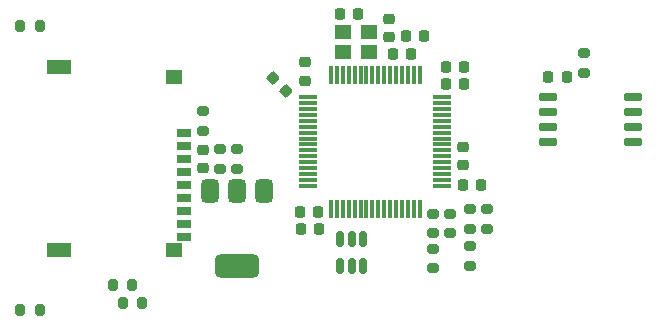
<source format=gbp>
G04 #@! TF.GenerationSoftware,KiCad,Pcbnew,8.0.1*
G04 #@! TF.CreationDate,2024-03-31T17:14:50+03:00*
G04 #@! TF.ProjectId,Master board,4d617374-6572-4206-926f-6172642e6b69,rev?*
G04 #@! TF.SameCoordinates,Original*
G04 #@! TF.FileFunction,Paste,Bot*
G04 #@! TF.FilePolarity,Positive*
%FSLAX46Y46*%
G04 Gerber Fmt 4.6, Leading zero omitted, Abs format (unit mm)*
G04 Created by KiCad (PCBNEW 8.0.1) date 2024-03-31 17:14:50*
%MOMM*%
%LPD*%
G01*
G04 APERTURE LIST*
G04 Aperture macros list*
%AMRoundRect*
0 Rectangle with rounded corners*
0 $1 Rounding radius*
0 $2 $3 $4 $5 $6 $7 $8 $9 X,Y pos of 4 corners*
0 Add a 4 corners polygon primitive as box body*
4,1,4,$2,$3,$4,$5,$6,$7,$8,$9,$2,$3,0*
0 Add four circle primitives for the rounded corners*
1,1,$1+$1,$2,$3*
1,1,$1+$1,$4,$5*
1,1,$1+$1,$6,$7*
1,1,$1+$1,$8,$9*
0 Add four rect primitives between the rounded corners*
20,1,$1+$1,$2,$3,$4,$5,0*
20,1,$1+$1,$4,$5,$6,$7,0*
20,1,$1+$1,$6,$7,$8,$9,0*
20,1,$1+$1,$8,$9,$2,$3,0*%
G04 Aperture macros list end*
%ADD10RoundRect,0.225000X-0.250000X0.225000X-0.250000X-0.225000X0.250000X-0.225000X0.250000X0.225000X0*%
%ADD11RoundRect,0.200000X-0.275000X0.200000X-0.275000X-0.200000X0.275000X-0.200000X0.275000X0.200000X0*%
%ADD12RoundRect,0.225000X-0.225000X-0.250000X0.225000X-0.250000X0.225000X0.250000X-0.225000X0.250000X0*%
%ADD13RoundRect,0.200000X0.200000X0.275000X-0.200000X0.275000X-0.200000X-0.275000X0.200000X-0.275000X0*%
%ADD14R,1.300000X0.700000*%
%ADD15R,2.000000X1.200000*%
%ADD16R,1.400000X1.200000*%
%ADD17R,1.400000X1.150000*%
%ADD18RoundRect,0.375000X-0.375000X0.625000X-0.375000X-0.625000X0.375000X-0.625000X0.375000X0.625000X0*%
%ADD19RoundRect,0.500000X-1.400000X0.500000X-1.400000X-0.500000X1.400000X-0.500000X1.400000X0.500000X0*%
%ADD20RoundRect,0.225000X0.225000X0.250000X-0.225000X0.250000X-0.225000X-0.250000X0.225000X-0.250000X0*%
%ADD21RoundRect,0.075000X-0.075000X0.700000X-0.075000X-0.700000X0.075000X-0.700000X0.075000X0.700000X0*%
%ADD22RoundRect,0.075000X-0.700000X0.075000X-0.700000X-0.075000X0.700000X-0.075000X0.700000X0.075000X0*%
%ADD23RoundRect,0.200000X0.275000X-0.200000X0.275000X0.200000X-0.275000X0.200000X-0.275000X-0.200000X0*%
%ADD24RoundRect,0.200000X-0.200000X-0.275000X0.200000X-0.275000X0.200000X0.275000X-0.200000X0.275000X0*%
%ADD25RoundRect,0.150000X0.650000X0.150000X-0.650000X0.150000X-0.650000X-0.150000X0.650000X-0.150000X0*%
%ADD26RoundRect,0.225000X0.335876X0.017678X0.017678X0.335876X-0.335876X-0.017678X-0.017678X-0.335876X0*%
%ADD27RoundRect,0.150000X-0.150000X0.512500X-0.150000X-0.512500X0.150000X-0.512500X0.150000X0.512500X0*%
G04 APERTURE END LIST*
D10*
X126686000Y-79134000D03*
X126686000Y-80684000D03*
X148736000Y-78852000D03*
X148736000Y-80402000D03*
D11*
X147643000Y-84544000D03*
X147643000Y-86194000D03*
D12*
X134891000Y-84407000D03*
X136441000Y-84407000D03*
D13*
X112902000Y-68611000D03*
X111252000Y-68611000D03*
D14*
X125069500Y-77719000D03*
X125069500Y-78819000D03*
X125069500Y-79919000D03*
X125069500Y-81019000D03*
X125069500Y-82119000D03*
X125069500Y-83219000D03*
X125069500Y-84319000D03*
X125069500Y-85419000D03*
X125069500Y-86519000D03*
D15*
X114519500Y-72099000D03*
X114519500Y-87619000D03*
D16*
X124219500Y-72939000D03*
D17*
X124219500Y-87644000D03*
D18*
X127278000Y-82640500D03*
X129578000Y-82640500D03*
D19*
X129578000Y-88940500D03*
D18*
X131878000Y-82640500D03*
D12*
X147255000Y-72083000D03*
X148805000Y-72083000D03*
D20*
X150257000Y-82119000D03*
X148707000Y-82119000D03*
D21*
X137548000Y-72750000D03*
X138048000Y-72750000D03*
X138548000Y-72750000D03*
X139048000Y-72750000D03*
X139548000Y-72750000D03*
X140048000Y-72750000D03*
X140548000Y-72750000D03*
X141048000Y-72750000D03*
X141548000Y-72750000D03*
X142048000Y-72750000D03*
X142548000Y-72750000D03*
X143048000Y-72750000D03*
X143548000Y-72750000D03*
X144048000Y-72750000D03*
X144548000Y-72750000D03*
X145048000Y-72750000D03*
D22*
X146973000Y-74675000D03*
X146973000Y-75175000D03*
X146973000Y-75675000D03*
X146973000Y-76175000D03*
X146973000Y-76675000D03*
X146973000Y-77175000D03*
X146973000Y-77675000D03*
X146973000Y-78175000D03*
X146973000Y-78675000D03*
X146973000Y-79175000D03*
X146973000Y-79675000D03*
X146973000Y-80175000D03*
X146973000Y-80675000D03*
X146973000Y-81175000D03*
X146973000Y-81675000D03*
X146973000Y-82175000D03*
D21*
X145048000Y-84100000D03*
X144548000Y-84100000D03*
X144048000Y-84100000D03*
X143548000Y-84100000D03*
X143048000Y-84100000D03*
X142548000Y-84100000D03*
X142048000Y-84100000D03*
X141548000Y-84100000D03*
X141048000Y-84100000D03*
X140548000Y-84100000D03*
X140048000Y-84100000D03*
X139548000Y-84100000D03*
X139048000Y-84100000D03*
X138548000Y-84100000D03*
X138048000Y-84100000D03*
X137548000Y-84100000D03*
D22*
X135623000Y-82175000D03*
X135623000Y-81675000D03*
X135623000Y-81175000D03*
X135623000Y-80675000D03*
X135623000Y-80175000D03*
X135623000Y-79675000D03*
X135623000Y-79175000D03*
X135623000Y-78675000D03*
X135623000Y-78175000D03*
X135623000Y-77675000D03*
X135623000Y-77175000D03*
X135623000Y-76675000D03*
X135623000Y-76175000D03*
X135623000Y-75675000D03*
X135623000Y-75175000D03*
X135623000Y-74675000D03*
D23*
X128147000Y-80728000D03*
X128147000Y-79078000D03*
D13*
X112902000Y-92663000D03*
X111252000Y-92663000D03*
D11*
X146180000Y-84547000D03*
X146180000Y-86197000D03*
D12*
X142770000Y-70994000D03*
X144320000Y-70994000D03*
D11*
X146180000Y-87508000D03*
X146180000Y-89158000D03*
D12*
X143904000Y-69531000D03*
X145454000Y-69531000D03*
D20*
X157495000Y-72949000D03*
X155945000Y-72949000D03*
D11*
X150756000Y-84174000D03*
X150756000Y-85824000D03*
D23*
X129610000Y-80728000D03*
X129610000Y-79078000D03*
D11*
X149294501Y-87274000D03*
X149294501Y-88924000D03*
D24*
X119905000Y-92076000D03*
X121555000Y-92076000D03*
D12*
X134999000Y-85870000D03*
X136549000Y-85870000D03*
D10*
X142466000Y-68009000D03*
X142466000Y-69559000D03*
X135313000Y-71718000D03*
X135313000Y-73268000D03*
D16*
X138535000Y-69173000D03*
X140735000Y-69173000D03*
X140735000Y-70873000D03*
X138535000Y-70873000D03*
D25*
X163145000Y-74636000D03*
X163145000Y-75906000D03*
X163145000Y-77176000D03*
X163145000Y-78446000D03*
X155945000Y-78446000D03*
X155945000Y-77176000D03*
X155945000Y-75906000D03*
X155945000Y-74636000D03*
D12*
X147255000Y-73544000D03*
X148805000Y-73544000D03*
X138281000Y-67591000D03*
X139831000Y-67591000D03*
D11*
X126681000Y-75876000D03*
X126681000Y-77526000D03*
X158934000Y-70965000D03*
X158934000Y-72615000D03*
D26*
X133722008Y-74149008D03*
X132625992Y-73052992D03*
D24*
X119080000Y-90613000D03*
X120730000Y-90613000D03*
D11*
X149294501Y-84174000D03*
X149294501Y-85824000D03*
D27*
X138348000Y-86683500D03*
X139298000Y-86683500D03*
X140248000Y-86683500D03*
X140248000Y-88958500D03*
X139298000Y-88958500D03*
X138348000Y-88958500D03*
M02*

</source>
